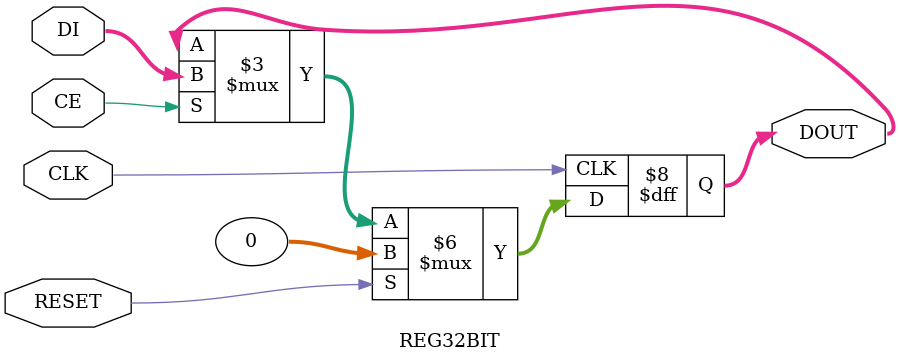
<source format=v>
`timescale 1ns / 1ps
module REG32BIT(
    input CLK,
    input CE,
    input RESET,
    input [31:0] DI,
    output reg [31:0] DOUT
    );
	 
	always @ (posedge CLK) begin
	if(RESET)
		DOUT <= 32'b0;
	else if (CE)
	   DOUT <= DI;
	else
		DOUT <= DOUT;
	
	end



endmodule

</source>
